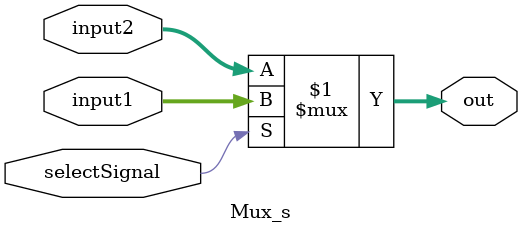
<source format=v>
`timescale 1ns / 1ps


module Mux_s(
    input selectSignal,
    input [4:0] input1,
    input [4:0] input2,
    output [4:0] out
    );
    assign out =selectSignal?input1:input2;
endmodule

</source>
